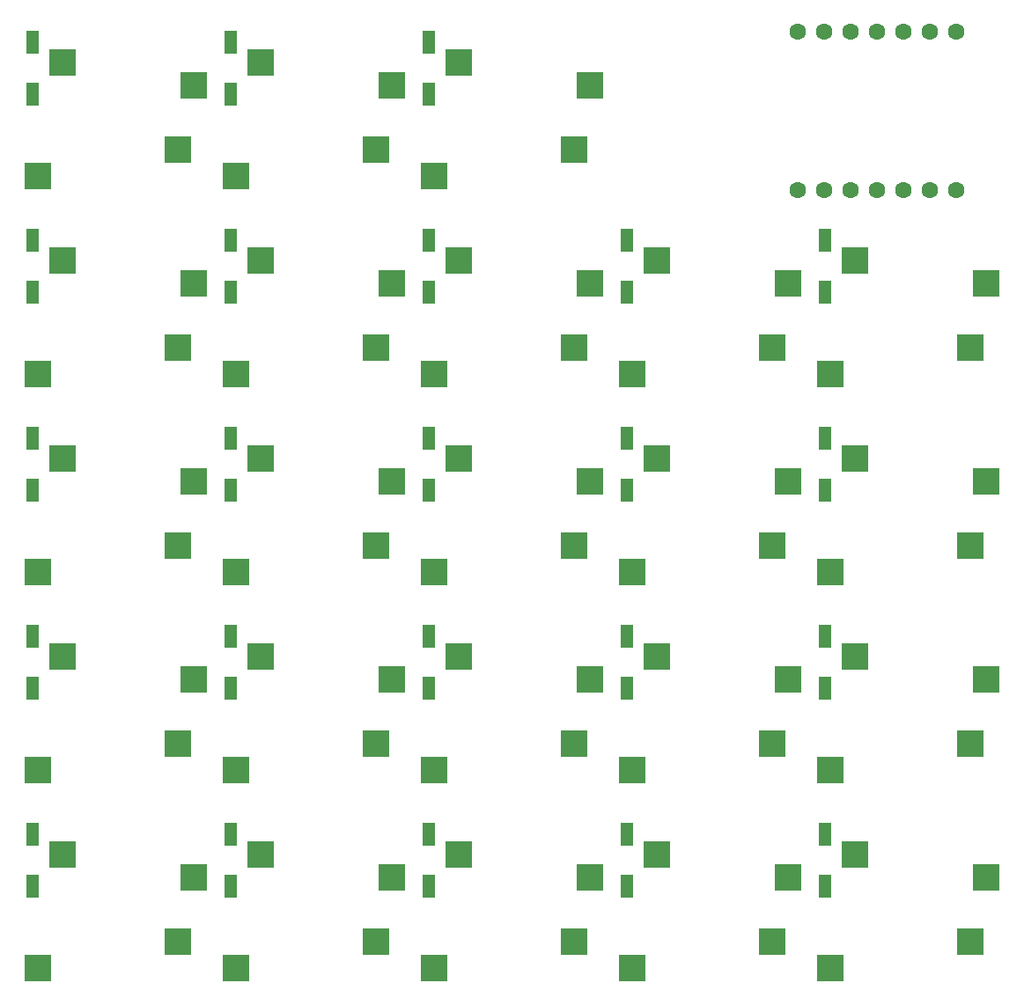
<source format=gbs>
%TF.GenerationSoftware,KiCad,Pcbnew,(6.0.11-0)*%
%TF.CreationDate,2025-02-06T17:03:14+09:00*%
%TF.ProjectId,ktMacroPad,6b744d61-6372-46f5-9061-642e6b696361,rev?*%
%TF.SameCoordinates,Original*%
%TF.FileFunction,Soldermask,Bot*%
%TF.FilePolarity,Negative*%
%FSLAX46Y46*%
G04 Gerber Fmt 4.6, Leading zero omitted, Abs format (unit mm)*
G04 Created by KiCad (PCBNEW (6.0.11-0)) date 2025-02-06 17:03:14*
%MOMM*%
%LPD*%
G01*
G04 APERTURE LIST*
%ADD10R,1.300000X2.200000*%
%ADD11R,2.550000X2.500000*%
%ADD12R,2.600000X2.600000*%
%ADD13C,1.600000*%
G04 APERTURE END LIST*
D10*
%TO.C,D45*%
X79025000Y-63875000D03*
X79025000Y-58896600D03*
%TD*%
D11*
%TO.C,SW25*%
X79527400Y-33640000D03*
D12*
X81925000Y-22675000D03*
D11*
X93040200Y-31100000D03*
D12*
X94525000Y-24875000D03*
%TD*%
D10*
%TO.C,D22*%
X21875000Y-25775000D03*
X21875000Y-20796600D03*
%TD*%
%TO.C,D43*%
X40925000Y-63875000D03*
X40925000Y-58896600D03*
%TD*%
%TO.C,D52*%
X21875000Y-82925000D03*
X21875000Y-77946600D03*
%TD*%
D11*
%TO.C,SW23*%
X41427400Y-33640000D03*
D12*
X43825000Y-22675000D03*
D11*
X54940200Y-31100000D03*
D12*
X56425000Y-24875000D03*
%TD*%
D10*
%TO.C,D44*%
X59975000Y-63875000D03*
X59975000Y-58896600D03*
%TD*%
%TO.C,D32*%
X21875000Y-44825000D03*
X21875000Y-39846600D03*
%TD*%
%TO.C,D21*%
X2825000Y-25775000D03*
X2825000Y-20796600D03*
%TD*%
D11*
%TO.C,SW31*%
X3327400Y-52690000D03*
D12*
X5725000Y-41725000D03*
D11*
X16840200Y-50150000D03*
D12*
X18325000Y-43925000D03*
%TD*%
D11*
%TO.C,SW41*%
X3327400Y-71740000D03*
D12*
X5725000Y-60775000D03*
D11*
X16840200Y-69200000D03*
D12*
X18325000Y-62975000D03*
%TD*%
D11*
%TO.C,SW51*%
X3327400Y-90790000D03*
D12*
X5725000Y-79825000D03*
D11*
X16840200Y-88250000D03*
D12*
X18325000Y-82025000D03*
%TD*%
D11*
%TO.C,SW11*%
X3327400Y-14590000D03*
D12*
X5725000Y-3625000D03*
D11*
X16840200Y-12050000D03*
D12*
X18325000Y-5825000D03*
%TD*%
D10*
%TO.C,D11*%
X2825000Y-6725000D03*
X2825000Y-1746600D03*
%TD*%
%TO.C,D25*%
X79025000Y-25775000D03*
X79025000Y-20796600D03*
%TD*%
%TO.C,D42*%
X21875000Y-63875000D03*
X21875000Y-58896600D03*
%TD*%
D11*
%TO.C,SW54*%
X60477400Y-90790000D03*
D12*
X62875000Y-79825000D03*
D11*
X73990200Y-88250000D03*
D12*
X75475000Y-82025000D03*
%TD*%
D11*
%TO.C,SW53*%
X41427400Y-90790000D03*
D12*
X43825000Y-79825000D03*
D11*
X54940200Y-88250000D03*
D12*
X56425000Y-82025000D03*
%TD*%
D11*
%TO.C,SW35*%
X79527400Y-52690000D03*
D12*
X81925000Y-41725000D03*
D11*
X93040200Y-50150000D03*
D12*
X94525000Y-43925000D03*
%TD*%
D13*
%TO.C,U1*%
X91620000Y-717500D03*
X89080000Y-717500D03*
X86540000Y-717500D03*
X84000000Y-717500D03*
X81460000Y-717500D03*
X78920000Y-717500D03*
X76380000Y-717500D03*
X76380000Y-15957500D03*
X78920000Y-15957500D03*
X81460000Y-15957500D03*
X84000000Y-15957500D03*
X86540000Y-15957500D03*
X89080000Y-15957500D03*
X91620000Y-15957500D03*
%TD*%
D11*
%TO.C,SW12*%
X22377400Y-14590000D03*
D12*
X24775000Y-3625000D03*
D11*
X35890200Y-12050000D03*
D12*
X37375000Y-5825000D03*
%TD*%
D10*
%TO.C,D55*%
X79025000Y-82925000D03*
X79025000Y-77946600D03*
%TD*%
%TO.C,D53*%
X40925000Y-82925000D03*
X40925000Y-77946600D03*
%TD*%
D11*
%TO.C,SW21*%
X3327400Y-33640000D03*
D12*
X5725000Y-22675000D03*
D11*
X16840200Y-31100000D03*
D12*
X18325000Y-24875000D03*
%TD*%
D11*
%TO.C,SW42*%
X22377400Y-71740000D03*
D12*
X24775000Y-60775000D03*
D11*
X35890200Y-69200000D03*
D12*
X37375000Y-62975000D03*
%TD*%
D10*
%TO.C,D41*%
X2825000Y-63875000D03*
X2825000Y-58896600D03*
%TD*%
D11*
%TO.C,SW32*%
X22377400Y-52690000D03*
D12*
X24775000Y-41725000D03*
D11*
X35890200Y-50150000D03*
D12*
X37375000Y-43925000D03*
%TD*%
D10*
%TO.C,D23*%
X40925000Y-25775000D03*
X40925000Y-20796600D03*
%TD*%
D11*
%TO.C,SW13*%
X41427400Y-14590000D03*
D12*
X43825000Y-3625000D03*
D11*
X54940200Y-12050000D03*
D12*
X56425000Y-5825000D03*
%TD*%
D11*
%TO.C,SW33*%
X41427400Y-52690000D03*
D12*
X43825000Y-41725000D03*
D11*
X54940200Y-50150000D03*
D12*
X56425000Y-43925000D03*
%TD*%
D11*
%TO.C,SW24*%
X60477400Y-33640000D03*
D12*
X62875000Y-22675000D03*
D11*
X73990200Y-31100000D03*
D12*
X75475000Y-24875000D03*
%TD*%
D10*
%TO.C,D13*%
X40925000Y-6725000D03*
X40925000Y-1746600D03*
%TD*%
%TO.C,D12*%
X21875000Y-6725000D03*
X21875000Y-1746600D03*
%TD*%
%TO.C,D31*%
X2825000Y-44825000D03*
X2825000Y-39846600D03*
%TD*%
D11*
%TO.C,SW55*%
X79527400Y-90790000D03*
D12*
X81925000Y-79825000D03*
D11*
X93040200Y-88250000D03*
D12*
X94525000Y-82025000D03*
%TD*%
D10*
%TO.C,D33*%
X40925000Y-44825000D03*
X40925000Y-39846600D03*
%TD*%
D11*
%TO.C,SW22*%
X22377400Y-33640000D03*
D12*
X24775000Y-22675000D03*
D11*
X35890200Y-31100000D03*
D12*
X37375000Y-24875000D03*
%TD*%
D11*
%TO.C,SW44*%
X60477400Y-71740000D03*
D12*
X62875000Y-60775000D03*
D11*
X73990200Y-69200000D03*
D12*
X75475000Y-62975000D03*
%TD*%
D10*
%TO.C,D24*%
X59975000Y-25775000D03*
X59975000Y-20796600D03*
%TD*%
D11*
%TO.C,SW43*%
X41427400Y-71740000D03*
D12*
X43825000Y-60775000D03*
D11*
X54940200Y-69200000D03*
D12*
X56425000Y-62975000D03*
%TD*%
D11*
%TO.C,SW52*%
X22377400Y-90790000D03*
D12*
X24775000Y-79825000D03*
D11*
X35890200Y-88250000D03*
D12*
X37375000Y-82025000D03*
%TD*%
D10*
%TO.C,D51*%
X2825000Y-82925000D03*
X2825000Y-77946600D03*
%TD*%
%TO.C,D54*%
X59975000Y-82925000D03*
X59975000Y-77946600D03*
%TD*%
%TO.C,D35*%
X79025000Y-44825000D03*
X79025000Y-39846600D03*
%TD*%
D11*
%TO.C,SW34*%
X60477400Y-52690000D03*
D12*
X62875000Y-41725000D03*
D11*
X73990200Y-50150000D03*
D12*
X75475000Y-43925000D03*
%TD*%
D11*
%TO.C,SW45*%
X79527400Y-71740000D03*
D12*
X81925000Y-60775000D03*
D11*
X93040200Y-69200000D03*
D12*
X94525000Y-62975000D03*
%TD*%
D10*
%TO.C,D34*%
X59975000Y-44825000D03*
X59975000Y-39846600D03*
%TD*%
M02*

</source>
